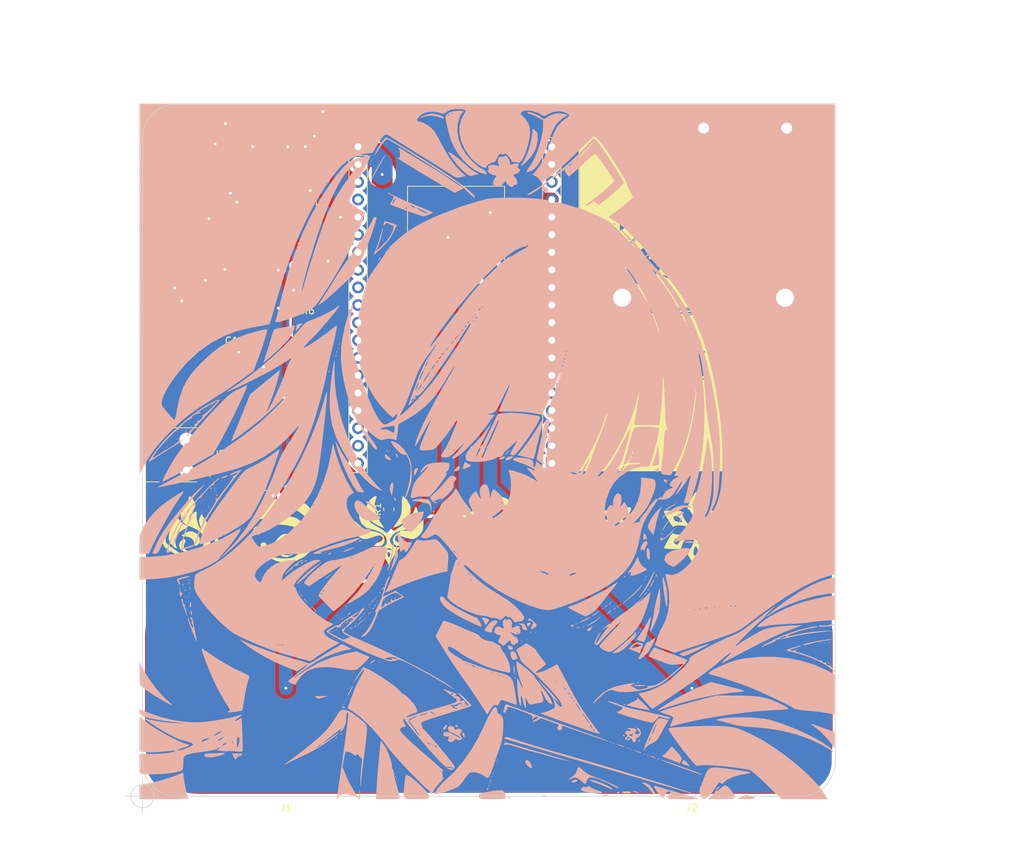
<source format=kicad_pcb>
(kicad_pcb (version 20211014) (generator pcbnew)
  (layers (0 "F.Cu" signal) (31 "B.Cu" signal) (34 "B.Paste" user) (35 "F.Paste" user) (36 "B.SilkS" user "B.Silkscreen") (37 "F.SilkS" user "F.Silkscreen") (38 "B.Mask" user) (39 "F.Mask" user) (44 "Edge.Cuts" user))
  (net 0 "")
  (net 1 "/BT+")
  (net 2 "GNDREF")
  (net 3 "Net-(C1-Pad1)")
  (net 4 "Net-(C2-Pad1)")
  (net 5 "Net-(C3-Pad1)")
  (net 6 "/VCC")
  (net 7 "Net-(D1-Pad1)")
  (net 8 "Net-(J1-Pad1)")
  (net 9 "Net-(J2-Pad1)")
  (net 11 "/ADC")
  (net 40 "/RX")
  (net 41 "/TX")
  (net 47 "unconnected-(J5-Pad6)")
  (net 48 "Net-(R1-Pad2)")
  (net 49 "Net-(R2-Pad2)")
  (net 50 "Net-(R3-Pad1)")
  (net 51 "Net-(R3-Pad2)")
  (net 52 "Net-(R4-Pad2)")
  (footprint "Resistor_SMD:R_0805_2012Metric_Pad1.20x1.40mm_HandSolder" (layer "F.Cu") (at 75.56 128.55 90)
    (fp_text reference "R1" (at 0 -1.65 90) (layer "F.SilkS"))
    (fp_text value "1K")
    (pad "1" smd roundrect (at -1 0 90) (size 1.2 1.4) (layers "F.Cu" "F.Paste" "F.Mask") (roundrect_rratio 0.2083333333) (net 7 "Net-(D1-Pad1)"))
    (pad "2" smd roundrect (at 1 0 90) (size 1.2 1.4) (layers "F.Cu" "F.Paste" "F.Mask") (roundrect_rratio 0.2083333333) (net 48 "Net-(R1-Pad2)"))
  )
  (footprint "My_Print:ys" (layer "F.Cu") (at 91.44 132.08)
    (fp_text reference "G***" (at 0 0) (layer "F.SilkS") (effects (font (size 1.524 1.524) (thickness 0.3))))
    (fp_text value "LOGO" hide)
  )
  (footprint "Resistor_SMD:R_0805_2012Metric_Pad1.20x1.40mm_HandSolder" (layer "F.Cu") (at 51.97 73.87 -90)
    (property "Reference" "R4")
    (property "Value" "10 k")
    (fp_text reference "R4" (at 0 -1.65 90) (layer "F.SilkS"))
    (fp_text value "10 k")
    (pad "1" smd roundrect (at -1 0 270) (size 1.2 1.4) (layers "F.Cu" "F.Paste" "F.Mask") (roundrect_rratio 0.2083333333) (net 2 "GNDREF"))
    (pad "2" smd roundrect (at 1 0 270) (size 1.2 1.4) (layers "F.Cu" "F.Paste" "F.Mask") (roundrect_rratio 0.2083333333) (net 52 "Net-(R4-Pad2)"))
  )
  (footprint "Capacitor_SMD:C_0805_2012Metric_Pad1.18x1.45mm_HandSolder" (layer "F.Cu") (at 63.84 105.88 180)
    (fp_text reference "C3" (at 0 -1.68) (layer "F.SilkS"))
    (fp_text value "0.01μF")
    (pad "1" smd roundrect (at -1.0375 0 180) (size 1.175 1.45) (layers "F.Cu" "F.Paste" "F.Mask") (roundrect_rratio 0.2127659574) (net 5 "Net-(C3-Pad1)"))
    (pad "2" smd roundrect (at 1.0375 0 180) (size 1.175 1.45) (layers "F.Cu" "F.Paste" "F.Mask") (roundrect_rratio 0.2127659574) (net 2 "GNDREF"))
  )
  (footprint "Package_TO_SOT_SMD:SOT-23-5" (layer "F.Cu") (at 52.7 83.04 90)
    (fp_text reference "U5" (at 0 -2.4 90) (layer "F.SilkS"))
    (fp_text value "RS8051")
    (pad "1" smd roundrect (at -1.1375 -0.95 90) (size 1.325 0.6) (layers "F.Cu" "F.Paste" "F.Mask") (net 50 "Net-(R3-Pad1)"))
    (pad "2" smd roundrect (at -1.1375 0 90) (size 1.325 0.6) (layers "F.Cu" "F.Paste" "F.Mask") (net 2 "GNDREF"))
    (pad "3" smd roundrect (at -1.1375 0.95 90) (size 1.325 0.6) (layers "F.Cu" "F.Paste" "F.Mask") (net 52 "Net-(R4-Pad2)"))
    (pad "4" smd roundrect (at 1.1375 0.95 90) (size 1.325 0.6) (layers "F.Cu" "F.Paste" "F.Mask") (net 51 "Net-(R3-Pad2)"))
    (pad "5" smd roundrect (at 1.1375 -0.95 90) (size 1.325 0.6) (layers "F.Cu" "F.Paste" "F.Mask") (net 6 "/VCC"))
  )
  (footprint "Resistor_SMD:R_0805_2012Metric_Pad1.20x1.40mm_HandSolder" (layer "F.Cu") (at 63.89 98.22 180)
    (property "Reference" "R6")
    (property "Value" "10 k")
    (fp_text reference "R6" (at 0 -1.65) (layer "F.SilkS"))
    (fp_text value "10 k")
    (pad "1" smd roundrect (at -1 0 180) (size 1.2 1.4) (layers "F.Cu" "F.Paste" "F.Mask") (roundrect_rratio 0.2083333333) (net 51 "Net-(R3-Pad2)"))
    (pad "2" smd roundrect (at 1 0 180) (size 1.2 1.4) (layers "F.Cu" "F.Paste" "F.Mask") (roundrect_rratio 0.2083333333) (net 2 "GNDREF"))
  )
  (footprint "Resistor_SMD:R_0805_2012Metric_Pad1.20x1.40mm_HandSolder" (layer "F.Cu") (at 51.93 90.49 -90)
    (fp_text reference "R2" (at 0 -1.65 90) (layer "F.SilkS"))
    (fp_text value "1K")
    (pad "1" smd roundrect (at -1 0 270) (size 1.2 1.4) (layers "F.Cu" "F.Paste" "F.Mask") (roundrect_rratio 0.2083333333) (net 2 "GNDREF"))
    (pad "2" smd roundrect (at 1 0 270) (size 1.2 1.4) (layers "F.Cu" "F.Paste" "F.Mask") (roundrect_rratio 0.2083333333) (net 49 "Net-(R2-Pad2)"))
  )
  (footprint "My_Print:Square_Pad_40mm*30mm" (layer "F.Cu") (at 60.7 172.18)
    (fp_text reference "J1" (at 0 -0.5 unlocked) (layer "F.SilkS"))
    (fp_text value "Positive")
    (pad "1" smd roundrect (at 0 -17.78) (size 40.64 30.48) (layers "F.Cu" "F.Paste" "F.Mask") (net 8 "Net-(J1-Pad1)"))
  )
  (footprint "Capacitor_SMD:C_0805_2012Metric_Pad1.18x1.45mm_HandSolder" (layer "F.Cu") (at 52.87 105.88)
    (fp_text reference "C1" (at 0 -1.68) (layer "F.SilkS"))
    (fp_text value "0.1μF")
    (pad "1" smd roundrect (at -1.0375 0) (size 1.175 1.45) (layers "F.Cu" "F.Paste" "F.Mask") (roundrect_rratio 0.2127659574) (net 3 "Net-(C1-Pad1)"))
    (pad "2" smd roundrect (at 1.0375 0) (size 1.175 1.45) (layers "F.Cu" "F.Paste" "F.Mask") (roundrect_rratio 0.2127659574) (net 2 "GNDREF"))
  )
  (footprint "Package_TO_SOT_SMD:SOT-23-5" (layer "F.Cu") (at 44.73 97.33 -90)
    (fp_text reference "U2" (at 0 -2.4 90) (layer "F.SilkS"))
    (fp_text value "TP4054")
    (pad "1" smd roundrect (at -1.1375 -0.95 270) (size 1.325 0.6) (layers "F.Cu" "F.Paste" "F.Mask") (net 48 "Net-(R1-Pad2)"))
    (pad "2" smd roundrect (at -1.1375 0 270) (size 1.325 0.6) (layers "F.Cu" "F.Paste" "F.Mask") (net 2 "GNDREF"))
    (pad "3" smd roundrect (at -1.1375 0.95 270) (size 1.325 0.6) (layers "F.Cu" "F.Paste" "F.Mask") (net 1 "/BT+"))
    (pad "4" smd roundrect (at 1.1375 0.95 270) (size 1.325 0.6) (layers "F.Cu" "F.Paste" "F.Mask") (net 3 "Net-(C1-Pad1)"))
    (pad "5" smd roundrect (at 1.1375 -0.95 270) (size 1.325 0.6) (layers "F.Cu" "F.Paste" "F.Mask") (net 49 "Net-(R2-Pad2)"))
  )
  (footprint "Button_Switch_SMD:SW_DIP_SPSTx01_Slide_9.78x4.72mm_W8.61mm_P2.54mm" (layer "F.Cu") (at 44.81 77.82 90)
    (fp_text reference "SW1" (at 0 -3.42 90) (layer "F.SilkS"))
    (fp_text value "SW_DIP_x01")
    (pad "1" smd rect locked (at -4.305 0 90) (size 2.44 1.12) (layers "F.Cu" "F.Paste" "F.Mask") (net 1 "/BT+"))
    (pad "2" smd rect locked (at 4.305 0 90) (size 2.44 1.12) (layers "F.Cu" "F.Paste" "F.Mask") (net 4 "Net-(C2-Pad1)"))
  )
  (footprint "Capacitor_SMD:C_0805_2012Metric_Pad1.18x1.45mm_HandSolder" (layer "F.Cu") (at 57.8 126.58 180)
    (fp_text reference "C2" (at 0 -1.68) (layer "F.SilkS"))
    (fp_text value "1μF")
    (pad "1" smd roundrect (at -1.0375 0 180) (size 1.175 1.45) (layers "F.Cu" "F.Paste" "F.Mask") (roundrect_rratio 0.2127659574) (net 4 "Net-(C2-Pad1)"))
    (pad "2" smd roundrect (at 1.0375 0 180) (size 1.175 1.45) (layers "F.Cu" "F.Paste" "F.Mask") (roundrect_rratio 0.2127659574) (net 2 "GNDREF"))
  )
  (footprint "Resistor_SMD:R_1206_3216Metric" (layer "F.Cu") (at 64.2 84 90)
    (fp_text reference "R3" (at 0 -1.82 90) (layer "F.SilkS"))
    (fp_text value "MF52")
    (pad "1" smd roundrect (at -1.4625 0 90) (size 1.125 1.75) (layers "F.Cu" "F.Paste" "F.Mask") (roundrect_rratio 0.2222222222) (net 50 "Net-(R3-Pad1)"))
    (pad "2" smd roundrect (at 1.4625 0 90) (size 1.125 1.75) (layers "F.Cu" "F.Paste" "F.Mask") (roundrect_rratio 0.2222222222) (net 51 "Net-(R3-Pad2)"))
  )
  (footprint "Package_TO_SOT_SMD:SOT-23-5" (layer "F.Cu") (at 63.67 73.72)
    (fp_text reference "U3" (at 0 -2.4) (layer "F.SilkS"))
    (fp_text value "RS3236")
    (pad "1" smd roundrect (at -1.1375 -0.95) (size 1.325 0.6) (layers "F.Cu" "F.Paste" "F.Mask") (net 4 "Net-(C2-Pad1)"))
    (pad "2" smd roundrect (at -1.1375 0) (size 1.325 0.6) (layers "F.Cu" "F.Paste" "F.Mask") (net 2 "GNDREF"))
    (pad "3" smd roundrect (at -1.1375 0.95) (size 1.325 0.6) (layers "F.Cu" "F.Paste" "F.Mask") (net 4 "Net-(C2-Pad1)"))
    (pad "4" smd roundrect (at 1.1375 0.95) (size 1.325 0.6) (layers "F.Cu" "F.Paste" "F.Mask") (net 5 "Net-(C3-Pad1)"))
    (pad "5" smd roundrect (at 1.1375 -0.95) (size 1.325 0.6) (layers "F.Cu" "F.Paste" "F.Mask") (net 6 "/VCC"))
  )
  (footprint "Resistor_SMD:R_0805_2012Metric_Pad1.20x1.40mm_HandSolder" (layer "F.Cu") (at 52.88 98.31)
    (property "Reference" "R5")
    (property "Value" "30 k")
    (fp_text reference "R5" (at 0 -1.65) (layer "F.SilkS"))
    (fp_text value "30 k")
    (pad "1" smd roundrect (at -1 0) (size 1.2 1.4) (layers "F.Cu" "F.Paste" "F.Mask") (roundrect_rratio 0.2083333333) (net 52 "Net-(R4-Pad2)"))
    (pad "2" smd roundrect (at 1 0) (size 1.2 1.4) (layers "F.Cu" "F.Paste" "F.Mask") (roundrect_rratio 0.2083333333) (net 6 "/VCC"))
  )
  (footprint "My_Print:BMD101" (layer "F.Cu") (at 94.265 88.9 90)
    (fp_text reference "U1" (at 0 -0.5 90 unlocked) (layer "F.SilkS"))
    (fp_text value "BMD101")
    (pad "1" smd roundrect locked (at -7.4285 -13.119 90) (size 3.143 1.762) (layers "F.Cu" "F.Paste" "F.Mask") (net 6 "/VCC"))
    (pad "2" smd roundrect locked (at -7.4285 -10.119 90) (size 3.143 1.762) (layers "F.Cu" "F.Paste" "F.Mask") (net 41 "/TX"))
    (pad "3" smd roundrect locked (at -7.4285 -7.119 90) (size 3.143 1.762) (layers "F.Cu" "F.Paste" "F.Mask") (net 40 "/RX"))
    (pad "4" smd roundrect locked (at -7.4285 -4.119 90) (size 3.143 1.762) (layers "F.Cu" "F.Paste" "F.Mask") (net 2 "GNDREF"))
    (pad "5" smd roundrect locked (at 7.4285 -4.119 90) (size 3.143 1.762) (layers "F.Cu" "F.Paste" "F.Mask") (net 9 "Net-(J2-Pad1)"))
    (pad "6" smd roundrect locked (at 7.4285 -7.119 90) (size 3.143 1.762) (layers "F.Cu" "F.Paste" "F.Mask") (net 2 "GNDREF"))
    (pad "7" smd roundrect locked (at 7.4285 -10.119 90) (size 3.143 1.762) (layers "F.Cu" "F.Paste" "F.Mask") (net 8 "Net-(J1-Pad1)"))
    (pad "8" smd roundrect locked (at 7.4285 -13.119 90) (size 3.143 1.762) (layers "F.Cu" "F.Paste" "F.Mask"))
  )
  (footprint "Connector_PinSocket_2.54mm:PinSocket_1x19_P2.54mm_Vertical" (layer "F.Cu") (at 99.085 121.92 180)
    (fp_text reference "J4" (at 0 -2.77) (layer "F.SilkS"))
    (fp_text value "Conn_01x19_Female")
    (pad "1" thru_hole rect (at 0 0 180) (size 1.7 1.7) (drill 1) (layers *.Cu *.Mask))
    (pad "2" thru_hole oval (at 0 2.54 180) (size 1.7 1.7) (drill 1) (layers *.Cu *.Mask))
    (pad "3" thru_hole oval (at 0 5.08 180) (size 1.7 1.7) (drill 1) (layers *.Cu *.Mask))
    (pad "4" thru_hole oval (at 0 7.62 180) (size 1.7 1.7) (drill 1) (layers *.Cu *.Mask))
    (pad "5" thru_hole oval (at 0 10.16 180) (size 1.7 1.7) (drill 1) (layers *.Cu *.Mask))
    (pad "6" thru_hole oval (at 0 12.7 180) (size 1.7 1.7) (drill 1) (layers *.Cu *.Mask))
    (pad "7" thru_hole oval (at 0 15.24 180) (size 1.7 1.7) (drill 1) (layers *.Cu *.Mask))
    (pad "8" thru_hole oval (at 0 17.78 180) (size 1.7 1.7) (drill 1) (layers *.Cu *.Mask))
    (pad "9" thru_hole oval (at 0 20.32 180) (size 1.7 1.7) (drill 1) (layers *.Cu *.Mask))
    (pad "10" thru_hole oval (at 0 22.86 180) (size 1.7 1.7) (drill 1) (layers *.Cu *.Mask))
    (pad "11" thru_hole oval (at 0 25.4 180) (size 1.7 1.7) (drill 1) (layers *.Cu *.Mask))
    (pad "12" thru_hole oval (at 0 27.94 180) (size 1.7 1.7) (drill 1) (layers *.Cu *.Mask))
    (pad "13" thru_hole oval (at 0 30.48 180) (size 1.7 1.7) (drill 1) (layers *.Cu *.Mask) (net 2 "GNDREF"))
    (pad "14" thru_hole oval (at 0 33.02 180) (size 1.7 1.7) (drill 1) (layers *.Cu *.Mask))
    (pad "15" thru_hole oval (at 0 35.56 180) (size 1.7 1.7) (drill 1) (layers *.Cu *.Mask) (net 40 "/RX"))
    (pad "16" thru_hole oval (at 0 38.1 180) (size 1.7 1.7) (drill 1) (layers *.Cu *.Mask) (net 41 "/TX"))
    (pad "17" thru_hole oval (at 0 40.64 180) (size 1.7 1.7) (drill 1) (layers *.Cu *.Mask))
    (pad "18" thru_hole oval (at 0 43.18 180) (size 1.7 1.7) (drill 1) (layers *.Cu *.Mask))
    (pad "19" thru_hole oval (at 0 45.72 180) (size 1.7 1.7) (drill 1) (layers *.Cu *.Mask) (net 2 "GNDREF"))
  )
  (footprint "Capacitor_SMD:C_0805_2012Metric_Pad1.18x1.45mm_HandSolder" (layer "F.Cu") (at 64.75 90.58 90)
    (fp_text reference "C4" (at 0 -1.68 90) (layer "F.SilkS"))
    (fp_text value "1μF")
    (pad "1" smd roundrect (at -1.0375 0 90) (size 1.175 1.45) (layers "F.Cu" "F.Paste" "F.Mask") (roundrect_rratio 0.2127659574) (net 6 "/VCC"))
    (pad "2" smd roundrect (at 1.0375 0 90) (size 1.175 1.45) (layers "F.Cu" "F.Paste" "F.Mask") (roundrect_rratio 0.2127659574) (net 2 "GNDREF"))
  )
  (footprint "My_Print:bdd" (layer "F.Cu") (at 116.1 97)
    (fp_text reference "G***" (at 0 0) (layer "F.SilkS") (effects (font (size 1.524 1.524) (thickness 0.3))))
    (fp_text value "LOGO" hide)
  )
  (footprint "LED_SMD:LED_0805_2012Metric_Pad1.15x1.40mm_HandSolder" (layer "F.Cu") (at 105.28 131.83 -90)
    (fp_text reference "D1" (at 0 -1.65 90) (layer "F.SilkS"))
    (fp_text value "LED")
    (pad "1" smd roundrect (at -1.025 0 270) (size 1.15 1.4) (layers "F.Cu" "F.Paste" "F.Mask") (roundrect_rratio 0.2173913043) (net 7 "Net-(D1-Pad1)"))
    (pad "2" smd roundrect (at 1.025 0 270) (size 1.15 1.4) (layers "F.Cu" "F.Paste" "F.Mask") (roundrect_rratio 0.2173913043) (net 3 "Net-(C1-Pad1)"))
  )
  (footprint "My_Print:Square_Pad_40mm*30mm" (layer "F.Cu") (at 119.3 172.185)
    (fp_text reference "J2" (at 0 -0.5 unlocked) (layer "F.SilkS"))
    (fp_text value "Negative")
    (pad "1" smd roundrect (at 0 -17.78) (size 40.64 30.48) (layers "F.Cu" "F.Paste" "F.Mask") (net 9 "Net-(J2-Pad1)"))
  )
  (footprint "Connector_PinSocket_2.54mm:PinSocket_1x19_P2.54mm_Vertical" (layer "F.Cu") (at 71.12 76.2)
    (fp_text reference "J3" (at 0 -2.77) (layer "F.SilkS"))
    (fp_text value "Conn_01x19_Female")
    (pad "1" thru_hole rect (at 0 0) (size 1.7 1.7) (drill 1) (layers *.Cu *.Mask) (net 6 "/VCC"))
    (pad "2" thru_hole oval (at 0 2.54) (size 1.7 1.7) (drill 1) (layers *.Cu *.Mask))
    (pad "3" thru_hole oval (at 0 5.08) (size 1.7 1.7) (drill 1) (layers *.Cu *.Mask) (net 11 "/ADC"))
    (pad "4" thru_hole oval (at 0 7.62) (size 1.7 1.7) (drill 1) (layers *.Cu *.Mask))
    (pad "5" thru_hole oval (at 0 10.16) (size 1.7 1.7) (drill 1) (layers *.Cu *.Mask))
    (pad "6" thru_hole oval (at 0 12.7) (size 1.7 1.7) (drill 1) (layers *.Cu *.Mask))
    (pad "7" thru_hole oval (at 0 15.24) (size 1.7 1.7) (drill 1) (layers *.Cu *.Mask))
    (pad "8" thru_hole oval (at 0 17.78) (size 1.7 1.7) (drill 1) (layers *.Cu *.Mask))
    (pad "9" thru_hole oval (at 0 20.32) (size 1.7 1.7) (drill 1) (layers *.Cu *.Mask))
    (pad "10" thru_hole oval (at 0 22.86) (size 1.7 1.7) (drill 1) (layers *.Cu *.Mask))
    (pad "11" thru_hole oval (at 0 25.4) (size 1.7 1.7) (drill 1) (layers *.Cu *.Mask))
    (pad "12" thru_hole oval (at 0 27.94) (size 1.7 1.7) (drill 1) (layers *.Cu *.Mask))
    (pad "13" thru_hole oval (at 0 30.48) (size 1.7 1.7) (drill 1) (layers *.Cu *.Mask))
    (pad "14" thru_hole oval (at 0 33.02) (size 1.7 1.7) (drill 1) (layers *.Cu *.Mask) (net 2 "GNDREF"))
    (pad "15" thru_hole oval (at 0 35.56) (size 1.7 1.7) (drill 1) (layers *.Cu *.Mask))
    (pad "16" thru_hole oval (at 0 38.1) (size 1.7 1.7) (drill 1) (layers *.Cu *.Mask))
    (pad "17" thru_hole oval (at 0 40.64) (size 1.7 1.7) (drill 1) (layers *.Cu *.Mask))
    (pad "18" thru_hole oval (at 0 43.18) (size 1.7 1.7) (drill 1) (layers *.Cu *.Mask))
    (pad "19" thru_hole oval (at 0 45.72) (size 1.7 1.7) (drill 1) (layers *.Cu *.Mask))
  )
  (footprint "Connector_USB:USB_Mini-B_Lumberg_2486_01_Horizontal" (layer "F.Cu") (at 46.345 120.69 -90)
    (property "Reference" "J5")
    (property "Value" "USB_B_Mini")
    (fp_text reference "J5" (at 0 -5 90) (layer "F.SilkS"))
    (fp_text value "USB_B_Mini")
    (pad "" np_thru_hole circle (at 2.2 0 270) (size 1 1) (drill 1) (layers *.Cu *.Mask))
    (pad "" np_thru_hole circle (at -2.2 0 270) (size 1 1) (drill 1) (layers *.Cu *.Mask))
    (pad "1" smd rect (at -1.6 -2.7 270) (size 0.5 2) (layers "F.Cu" "F.Paste" "F.Mask") (net 3 "Net-(C1-Pad1)"))
    (pad "2" smd rect (at -0.8 -2.7 270) (size 0.5 2) (layers "F.Cu" "F.Paste" "F.Mask"))
    (pad "3" smd rect (at 0 -2.7 270) (size 0.5 2) (layers "F.Cu" "F.Paste" "F.Mask"))
    (pad "4" smd rect (at 0.8 -2.7 270) (size 0.5 2) (layers "F.Cu" "F.Paste" "F.Mask"))
    (pad "5" smd rect (at 1.6 -2.7 270) (size 0.5 2) (layers "F.Cu" "F.Paste" "F.Mask") (net 2 "GNDREF"))
    (pad "6" smd rect (at 4.45 -2.6 270) (size 2 1.7) (layers "F.Cu" "F.Paste" "F.Mask") (net 47 "unconnected-(J5-Pad6)"))
    (pad "6" smd rect (at -4.45 2.85 270) (size 2 1.7) (layers "F.Cu" "F.Paste" "F.Mask") (net 47 "unconnected-(J5-Pad6)"))
    (pad "6" smd rect (at -4.45 -2.6 270) (size 2 1.7) (layers "F.Cu" "F.Paste" "F.Mask") (net 47 "unconnected-(J5-Pad6)"))
    (pad "6" smd rect (at 4.45 2.85 270) (size 2 1.7) (layers "F.Cu" "F.Paste" "F.Mask") (net 47 "unconnected-(J5-Pad6)"))
  )
  (footprint "My_Print:battary" (layer "F.Cu") (at 121 98)
    (fp_text reference "BT1" (at 0 -0.5 unlocked) (layer "F.SilkS"))
    (fp_text value "Battery_Cell")
    (pad "" np_thru_hole circle (at 11.75 0) (size 2.6 2.6) (drill 2.6) (layers *.Cu *.Mask))
    (pad "" np_thru_hole circle (at -11.75 0) (size 2.6 2.6) (drill 2.6) (layers *.Cu *.Mask))
    (pad "1" thru_hole rect (at 12 -24.5) (size 4 4) (drill 1.6) (layers *.Cu *.Mask) (net 1 "/BT+"))
    (pad "2" thru_hole rect (at 0 -24.5) (size 4 4) (drill 1.6) (layers *.Cu *.Mask) (net 2 "GNDREF"))
  )
  (footprint "My_Print:SL_100x100" (layer "B.Cu") (at 89.8 120.2 180)
    (fp_text reference "G***" (at 0 0) (layer "B.SilkS") (effects (font (size 1.524 1.524) (thickness 0.3)) (justify mirror)))
    (fp_text value "LOGO" hide)
  )
  (gr_line (start 140 70) (end 45 70) (layer "Edge.Cuts") (width 0.1))
  (gr_line (start 45 170) (end 135 170) (layer "Edge.Cuts") (width 0.1))
  (gr_arc (start 140 165) (mid 138.535534 168.535534) (end 135 170) (layer "Edge.Cuts") (width 0.1))
  (gr_line (start 40 75) (end 40 165) (layer "Edge.Cuts") (width 0.1))
  (gr_line (start 140 165) (end 140 70) (layer "Edge.Cuts") (width 0.1))
  (gr_arc (start 40 75) (mid 41.464466 71.464466) (end 45 70) (layer "Edge.Cuts") (width 0.1))
  (gr_arc (start 45 170) (mid 41.464466 168.535534) (end 40 165) (layer "Edge.Cuts") (width 0.1))
  (target plus (at 40 170) (size 5) (width 0.1) (layer "Edge.Cuts"))
  (segment (start 47.39452 79.54048) (end 44.81 82.125) (width 3) (layer "F.Cu") (net 1))
  (segment (start 104.130489 73.650489) (end 68.570489 73.650489) (width 3) (layer "F.Cu") (net 1))
  (segment (start 133 75.28) (end 124.46 83.82) (width 3) (layer "F.Cu") (net 1))
  (segment (start 68.570489 74.649022) (end 63.679031 79.54048) (width 3) (layer "F.Cu") (net 1))
  (segment (start 124.46 83.82) (end 114.3 83.82) (width 3) (layer "F.Cu") (net 1))
  (segment (start 43.8 83.135) (end 44.81 82.125) (width 0.5) (layer "F.Cu") (net 1))
  (segment (start 43.78 96.1925) (end 43.8 96.1725) (width 0.5) (layer "F.Cu") (net 1))
  (segment (start 68.570489 73.650489) (end 68.570489 74.649022) (width 3) (layer "F.Cu") (net 1))
  (segment (start 63.679031 79.54048) (end 47.39452 79.54048) (width 3) (layer "F.Cu") (net 1))
  (segment (start 133 73.5) (end 133 75.28) (width 3) (layer "F.Cu") (net 1))
  (segment (start 43.8 96.1725) (end 43.8 83.135) (width 0.5) (layer "F.Cu") (net 1))
  (segment (start 114.3 83.82) (end 104.130489 73.650489) (width 3) (layer "F.Cu") (net 1))
  (segment (start 63.64452 74.271671) (end 63.64452 76.05548) (width 0.5) (layer "F.Cu") (net 2))
  (segment (start 59.62 99.52) (end 59.6 99.5) (width 0.5) (layer "F.Cu") (net 2))
  (segment (start 50.5 74.34) (end 51.97 72.87) (width 0.5) (layer "F.Cu") (net 2))
  (segment (start 55.09 89.49) (end 59.6 94) (width 0.5) (layer "F.Cu") (net 2))
  (segment (start 62.5325 73.72) (end 63.092849 73.72) (width 0.5) (layer "F.Cu") (net 2))
  (segment (start 63.64452 76.05548) (end 63.5 76.2) (width 0.5) (layer "F.Cu") (net 2))
  (segment (start 51.93 89.49) (end 55.09 89.49) (width 0.5) (layer "F.Cu") (net 2))
  (segment (start 62.8025 105.88) (end 59.62 105.88) (width 0.5) (layer "F.Cu") (net 2))
  (segment (start 66.1425 109.22) (end 71.12 109.22) (width 0.5) (layer "F.Cu") (net 2))
  (segment (start 64.0575 89.5425) (end 64.75 89.5425) (width 0.5) (layer "F.Cu") (net 2))
  (segment (start 51.93 89.49) (end 51.93 88.93) (width 0.5) (layer "F.Cu") (net 2))
  (segment (start 62.8025 105.88) (end 66.1425 109.22) (width 0.5) (layer "F.Cu") (net 2))
  (segment (start 51.93 88.93) (end 49.6 86.6) (width 0.5) (layer "F.Cu") (net 2))
  (segment (start 63.092849 73.72) (end 63.64452 74.271671) (width 0.5) (layer "F.Cu") (net 2))
  (segment (start 52.7 84.1775) (end 52.7 82.9) (width 0.5) (layer "F.Cu") (net 2))
  (segment (start 59.62 105.88) (end 57.5 108) (width 0.5) (layer "F.Cu") (net 2))
  (segment (start 50.5 75.8) (end 50.5 74.34) (width 0.5) (layer "F.Cu") (net 2))
  (segment (start 59.62 105.88) (end 59.62 99.52) (width 0.5) (layer "F.Cu") (net 2))
  (segment (start 59.6 94) (end 64.0575 89.5425) (width 0.5) (layer "F.Cu") (net 2))
  (via (at 51.97 72.87) (size 0.8) (drill 0.4) (layers "F.Cu" "B.Cu") (net 2))
  (via (at 50.5 75.8) (size 0.8) (drill 0.4) (layers "F.Cu" "B.Cu") (net 2))
  (via (at 59.6 94) (size 0.8) (drill 0.4) (layers "F.Cu" "B.Cu") (net 2))
  (via (at 52.7 82.9) (size 0.8) (drill 0.4) (layers "F.Cu" "B.Cu") (net 2))
  (via (at 53.9075 105.88) (size 0.8) (drill 0.4) (layers "F.Cu" "B.Cu") (net 2))
  (via (at 59.6 99.5) (size 0.8) (drill 0.4) (layers "F.Cu" "B.Cu") (net 2))
  (via (at 57.5 108) (size 0.8) (drill 0.4) (layers "F.Cu" "B.Cu") (net 2))
  (via (at 63.5 76.2) (size 0.8) (drill 0.4) (layers "F.Cu" "B.Cu") (net 2))
  (via (at 49.6 86.6) (size 0.8) (drill 0.4) (layers "F.Cu" "B.Cu") (net 2))
  (via (at 44.6795 96.592497) (size 0.8) (drill 0.4) (layers "F.Cu" "B.Cu") (net 2))
  (segment (start 60.17 72.87) (end 51.97 72.87) (width 0.5) (layer "B.Cu") (net 2))
  (segment (start 44.7 96.571997) (end 44.6795 96.592497) (width 0.5) (layer "B.Cu") (net 2))
  (segment (start 44.7 88.1) (end 44.7 96.571997) (width 0.5) (layer "B.Cu") (net 2))
  (segment (start 56.0275 108) (end 53.9075 105.88) (width 0.5) (layer "B.Cu") (net 2))
  (segment (start 46.2 86.6) (end 44.7 88.1) (width 0.5) (layer "B.Cu") (net 2))
  (segment (start 59.6 99.5) (end 59.6 94) (width 0.5) (layer "B.Cu") (net 2))
  (segment (start 57.5 108) (end 56.0275 108) (width 0.5) (layer "B.Cu") (net 2))
  (segment (start 52.7 82.9) (end 52.7 78) (width 0.5) (layer "B.Cu") (net 2))
  (segment (start 49.6 86.6) (end 46.2 86.6) (width 0.5) (layer "B.Cu") (net 2))
  (segment (start 63.5 76.2) (end 60.17 72.87) (width 0.5) (layer "B.Cu") (net 2))
  (segment (start 52.7 78) (end 50.5 75.8) (width 0.5) (layer "B.Cu") (net 2))
  (segment (start 53.353313 118.940489) (end 49.045 118.940489) (width 1) (layer "F.Cu") (net 3))
  (segment (start 67.267824 132.855) (end 53.353313 118.940489) (width 1) (layer "F.Cu") (net 3))
  (segment (start 105.28 132.855) (end 67.267824 132.855) (width 1) (layer "F.Cu") (net 3))
  (segment (start 43.78 101.48) (end 43.78 98.4675) (width 0.5) (layer "F.Cu") (net 3))
  (segment (start 49.045 119.09) (end 51.8325 116.3025) (width 0.5) (layer "F.Cu") (net 3))
  (segment (start 51.8325 105.88) (end 48.18 105.88) (width 0.5) (layer "F.Cu") (net 3))
  (segment (start 51.8325 116.3025) (end 51.8325 105.88) (width 0.5) (layer "F.Cu") (net 3))
  (segment (start 48.18 105.88) (end 43.78 101.48) (width 0.5) (layer "F.Cu") (net 3))
  (segment (start 62.49 74.67) (end 60.96 76.2) (width 0.5) (layer "F.Cu") (net 4))
  (segment (start 47.25452 71.07048) (end 61.3825 71.07048) (width 2) (layer "F.Cu") (net 4))
  (segment (start 44.81 73.515) (end 47.25452 71.07048) (width 2) (layer "F.Cu") (net 4))
  (segment (start 61.3825 71.07048) (end 62.5325 72.22048) (width 2) (layer "F.Cu") (net 4))
  (segment (start 62.5325 74.67) (end 61.972151 74.67) (width 0.5) (layer "F.Cu") (net 4))
  (segment (start 61.972151 74.67) (end 61.3825 74.080349) (width 0.5) (layer "F.Cu") (net 4))
  (segment (start 62.5325 74.67) (end 62.49 74.67) (width 0.5) (layer "F.Cu") (net 4))
  (segment (start 61.3825 74.080349) (end 61.3825 71.07048) (width 0.5) (layer "F.Cu") (net 4))
  (via (at 60.96 76.2) (size 0.8) (drill 0.4) (layers "F.Cu" "B.Cu") (net 4))
  (via (at 58.8375 126.58) (size 0.8) (drill 0.4) (layers "F.Cu" "B.Cu") (net 4))
  (segment (start 60.96 124.4575) (end 58.8375 126.58) (width 0.5) (layer "B.Cu") (net 4))
  (segment (start 60.96 76.2) (end 60.96 124.4575) (width 0.5) (layer "B.Cu") (net 4))
  (segment (start 61.8095 102.812) (end 61.8095 96.9) (width 0.5) (layer "F.Cu") (net 5))
  (segment (start 64.8775 105.88) (end 61.8095 102.812) (width 0.5) (layer "F.Cu") (net 5))
  (via (at 64.8075 74.67) (size 0.8) (drill 0.4) (layers "F.Cu" "B.Cu") (net 5))
  (via (at 61.8095 96.9) (size 0.8) (drill 0.4) (layers "F.Cu" "B.Cu") (net 5))
  (segment (start 64.8075 76.093891) (end 64.8075 74.67) (width 0.5) (layer "B.Cu") (net 5))
  (segment (start 61.8095 96.9) (end 61.8095 79.091891) (width 0.5) (layer "B.Cu") (net 5))
  (segment (start 61.8095 79.091891) (end 64.8075 76.093891) (width 0.5) (layer "B.Cu") (net 5))
  (segment (start 48.26 92.547176) (end 53.88 98.167176) (width 1) (layer "F.Cu") (net 6))
  (segment (start 68.58 88.57493) (end 68.58 86.36) (width 2) (layer "F.Cu") (net 6))
  (segment (start 51.75 81.9025) (end 48.26 85.3925) (width 1) (layer "F.Cu") (net 6))
  (segment (start 53.88 98.31) (end 58.0575 98.31) (width 2) (layer "F.Cu") (net 6))
  (segment (start 74.6 91.7) (end 74.6 80.2) (width 3) (layer "F.Cu") (net 6))
  (segment (start 58.0575 98.31) (end 64.75 91.6175) (width 2) (layer "F.Cu") (net 6))
  (segment (start 64.75 91.6175) (end 65.53743 91.6175) (width 2) (layer "F.Cu") (net 6))
  (segment (start 65.53743 91.6175) (end 68.58 88.57493) (width 2) (layer "F.Cu") (net 6))
  (segment (start 48.26 85.3925) (end 48.26 92.547176) (width 1) (layer "F.Cu") (net 6))
  (segment (start 64.8075 72.77) (end 64.8075 72.3525) (width 2) (layer "F.Cu") (net 6))
  (segment (start 81.146 96.3285) (end 79.2285 96.3285) (width 3) (layer "F.Cu") (net 6))
  (segment (start 64.8075 72.3525) (end 66.04 71.12) (width 2) (layer "F.Cu") (net 6))
  (segment (start 53.88 98.167176) (end 53.88 98.31) (width 1) (layer "F.Cu") (net 6))
  (segment (start 79.2285 96.3285) (end 74.6 91.7) (width 3) (layer "F.Cu") (net 6))
  (via (at 68.58 86.36) (size 0.8) (drill 0.4) (layers "F.Cu" "B.Cu") (net 6))
  (via (at 66.04 71.12) (size 0.8) (drill 0.4) (layers "F.Cu" "B.Cu") (net 6))
  (via (at 74.6 80.2) (size 0.8) (drill 0.4) (layers "F.Cu" "B.Cu") (net 6))
  (segment (start 71.12 73.66) (end 71.12 76.2) (width 2) (layer "B.Cu") (net 6))
  (segment (start 72.176043 76.190489) (end 71.12 76.190489) (width 3) (layer "B.Cu") (net 6))
  (segment (start 74.6 78.614446) (end 72.176043 76.190489) (width 3) (layer "B.Cu") (net 6))
  (segment (start 70.761553 76.2) (end 71.12 76.2) (width 2) (layer "B.Cu") (net 6))
  (segment (start 68.58 71.12) (end 71.12 73.66) (width 2) (layer "B.Cu") (net 6))
  (segment (start 74.6 80.2) (end 74.6 78.614446) (width 3) (layer "B.Cu") (net 6))
  (segment (start 68.58 78.381553) (end 70.761553 76.2) (width 2) (layer "B.Cu") (net 6))
  (segment (start 68.58 86.36) (end 68.58 78.381553) (width 2) (layer "B.Cu") (net 6))
  (segment (start 66.04 71.12) (end 68.58 71.12) (width 2) (layer "B.Cu") (net 6))
  (segment (start 105.28 130.805) (end 76.815 130.805) (width 2) (layer "F.Cu") (net 7))
  (segment (start 76.815 130.805) (end 75.56 129.55) (width 2) (layer "F.Cu") (net 7))
  (segment (start 84.146 81.4715) (end 84.146 89.254) (width 2) (layer "F.Cu") (net 8))
  (segment (start 84.146 89.254) (end 84.1 89.3) (width 2) (layer "F.Cu") (net 8))
  (via (at 84.1 89.3) (size 0.8) (drill 0.4) (layers "F.Cu" "B.Cu") (net 8))
  (via (at 60.7 154.4) (size 0.8) (drill 0.4) (layers "F.Cu" "B.Cu") (net 8))
  (segment (start 84.1 89.3) (end 84.1 125.3) (width 2) (layer "B.Cu") (net 8))
  (segment (start 84.1 125.3) (end 60.7 148.7) (width 2) (layer "B.Cu") (net 8))
  (segment (start 60.7 148.7) (end 60.7 154.4) (width 2) (layer "B.Cu") (net 8))
  (segment (start 90.146 85.646) (end 90.2 85.7) (width 2) (layer "F.Cu") (net 9))
  (segment (start 90.146 81.4715) (end 90.146 85.646) (width 2) (layer "F.Cu") (net 9))
  (via (at 119.3 154.405) (size 0.8) (drill 0.4) (layers "F.Cu" "B.Cu") (net 9))
  (via (at 90.2 85.7) (size 0.8) (drill 0.4) (layers "F.Cu" "B.Cu") (net 9))
  (segment (start 90.2 85.7) (end 90.2 125.305) (width 2) (layer "B.Cu") (net 9))
  (segment (start 90.2 125.305) (end 119.3 154.405) (width 2) (layer "B.Cu") (net 9))
  (segment (start 87.146 95.437662) (end 96.223662 86.36) (width 2) (layer "F.Cu") (net 40))
  (segment (start 96.223662 86.36) (end 99.085 86.36) (width 2) (layer "F.Cu") (net 40))
  (segment (start 87.146 96.3285) (end 87.146 95.437662) (width 2) (layer "F.Cu") (net 40))
  (segment (start 84.146 96.3285) (end 84.146 95.32707) (width 2) (layer "F.Cu") (net 41))
  (segment (start 95.65307 83.82) (end 99.085 83.82) (width 2) (layer "F.Cu") (net 41))
  (segment (start 84.146 95.32707) (end 95.65307 83.82) (width 2) (layer "F.Cu") (net 41))
  (segment (start 43.495 116.24) (end 43.495 125.14) (width 1) (layer "F.Cu") (net 47))
  (segment (start 43.495 116.24) (end 48.945 116.24) (width 1) (layer "F.Cu") (net 47))
  (segment (start 48.945 125.14) (end 43.495 125.14) (width 1) (layer "F.Cu") (net 47))
  (segment (start 55.19452 105.011696) (end 46.375324 96.1925) (width 1) (layer "F.Cu") (net 48))
  (segment (start 46.375324 96.1925) (end 45.72952 96.1925) (width 1) (layer "F.Cu") (net 48))
  (segment (start 55.19452 108.185861) (end 55.19452 105.011696) (width 1) (layer "F.Cu") (net 48))
  (segment (start 74.558659 127.55) (end 55.19452 108.185861) (width 1) (layer "F.Cu") (net 48))
  (segment (start 75.56 127.55) (end 74.558659 127.55) (width 1) (layer "F.Cu") (net 48))
  (segment (start 51.93 93.87) (end 51.9 93.9) (width 0.5) (layer "F.Cu") (net 49))
  (segment (start 51.93 91.49) (end 51.93 93.87) (width 0.5) (layer "F.Cu") (net 49))
  (via (at 51.9 93.9) (size 0.8) (drill 0.4) (layers "F.Cu" "B.Cu") (net 49))
  (via (at 45.68 98.4675) (size 0.8) (drill 0.4) (layers "F.Cu" "B.Cu") (net 49))
  (segment (start 47.3325 98.4675) (end 45.68 98.4675) (width 0.5) (layer "B.Cu") (net 49))
  (segment (start 51.9 93.9) (end 47.3325 98.4675) (width 0.5) (layer "B.Cu") (net 49))
  (segment (start 51.75 84.1775) (end 51.75 84.737849) (width 0.5) (layer "F.Cu") (net 50))
  (segment (start 63.3025 86.36) (end 64.2 85.4625) (width 0.5) (layer "F.Cu") (net 50))
  (segment (start 51.75 84.737849) (end 53.372151 86.36) (width 0.5) (layer "F.Cu") (net 50))
  (segment (start 53.372151 86.36) (end 63.3025 86.36) (width 0.5) (layer "F.Cu") (net 50))
  (segment (start 64.89 98.22) (end 64.89 94.61) (width 0.5) (layer "F.Cu") (net 51))
  (segment (start 63.565 81.9025) (end 64.2 82.5375) (width 0.25) (layer "F.Cu") (net 51))
  (segment (start 64.89 94.61) (end 66.8 92.7) (width 0.5) (layer "F.Cu") (net 51))
  (segment (start 53.65 81.9025) (end 63.565 81.9025) (width 0.25) (layer "F.Cu") (net 51))
  (via (at 64.2 82.5375) (size 0.8) (drill 0.4) (layers "F.Cu" "B.Cu") (net 51))
  (via (at 66.8 92.7) (size 0.8) (drill 0.4) (layers "F.Cu" "B.Cu") (net 51))
  (segment (start 66.8 85.1375) (end 64.2 82.5375) (width 0.5) (layer "B.Cu") (net 51))
  (segment (start 66.8 92.7) (end 66.8 85.1375) (width 0.5) (layer "B.Cu") (net 51))
  (segment (start 54.55 74.87) (end 55.88 76.2) (width 1) (layer "F.Cu") (net 52))
  (segment (start 51.97 74.87) (end 54.55 74.87) (width 1) (layer "F.Cu") (net 52))
  (segment (start 51.88 98.28) (end 49.099312 95.499312) (width 0.5) (layer "F.Cu") (net 52))
  (segment (start 51.88 98.31) (end 51.88 98.28) (width 0.5) (layer "F.Cu") (net 52))
  (via (at 53.65 84.1775) (size 0.8) (drill 0.4) (layers "F.Cu" "B.Cu") (net 52))
  (via (at 55.88 76.2) (size 0.8) (drill 0.4) (layers "F.Cu" "B.Cu") (net 52))
  (via (at 49.099312 95.499312) (size 0.8) (drill 0.4) (layers "F.Cu" "B.Cu") (net 52))
  (segment (start 55.88 81.9475) (end 53.65 84.1775) (width 1) (layer "B.Cu") (net 52))
  (segment (start 49.099312 88.700688) (end 53.6225 84.1775) (width 0.5) (layer "B.Cu") (net 52))
  (segment (start 53.6225 84.1775) (end 53.65 84.1775) (width 0.5) (layer "B.Cu") (net 52))
  (segment (start 49.099312 95.499312) (end 49.099312 88.700688) (width 0.5) (layer "B.Cu") (net 52))
  (segment (start 55.88 76.2) (end 55.88 81.9475) (width 1) (layer "B.Cu") (net 52))
  (zone (net 2) (net_name "GNDREF") (layer "F.Cu") (connect_pads (clearance 0.508)) (min_thickness 0.254) (fill yes (thermal_gap 0.508) (thermal_bridge_width 0.508))
    (polygon (pts (xy 139.9 165.3) (xy 139.7 166.4) (xy 139.3 167.4) (xy 138.3 168.6) (xy 136.9 169.5) (xy 136.1 169.8) (xy 135 169.9) (xy 45 169.9) (xy 43.7 169.7) (xy 42.7 169.3) (xy 41.5 168.4) (xy 40.5 167) (xy 40.1 165.4) (xy 40.1 75) (xy 40.4 73.3) (xy 41.7 71.6) (xy 42.8 70.8) (xy 44.3 70.2) (xy 45.4 70.1) (xy 139.9 70.1)))
  )
  (zone (net 2) (net_name "GNDREF") (layer "B.Cu") (connect_pads (clearance 0.508)) (min_thickness 0.254) (fill yes (thermal_gap 0.508) (thermal_bridge_width 0.508))
    (polygon (pts (xy 139.9 165.3) (xy 139.3 167.4) (xy 138.3 168.6) (xy 136.9 169.5) (xy 136.1 169.8) (xy 135 169.9) (xy 45 169.9) (xy 43.7 169.7) (xy 42.7 169.3) (xy 41.5 168.4) (xy 40.5 167) (xy 40.1 165.4) (xy 40.1 75.1) (xy 40.4 73.3) (xy 41.7 71.5) (xy 43.4 70.5) (xy 44.4 70.2) (xy 45.4 70.1) (xy 139.9 70.1)))
  )
)
</source>
